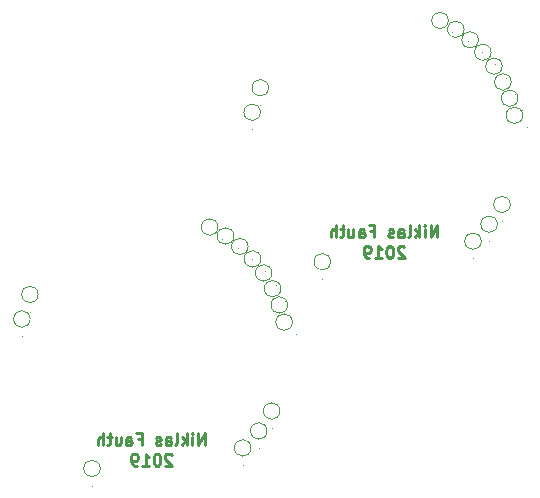
<source format=gbr>
G04 #@! TF.GenerationSoftware,KiCad,Pcbnew,5.0.2-bee76a0~70~ubuntu18.04.1*
G04 #@! TF.CreationDate,2019-07-08T07:54:46+02:00*
G04 #@! TF.ProjectId,lower_Sensor,6c6f7765-725f-4536-956e-736f722e6b69,rev?*
G04 #@! TF.SameCoordinates,Original*
G04 #@! TF.FileFunction,Legend,Bot*
G04 #@! TF.FilePolarity,Positive*
%FSLAX46Y46*%
G04 Gerber Fmt 4.6, Leading zero omitted, Abs format (unit mm)*
G04 Created by KiCad (PCBNEW 5.0.2-bee76a0~70~ubuntu18.04.1) date Mo 08 Jul 2019 07:54:46 CEST*
%MOMM*%
%LPD*%
G01*
G04 APERTURE LIST*
%ADD10C,0.250000*%
%ADD11C,0.120000*%
%ADD12C,0.100000*%
%ADD13C,0.150000*%
G04 APERTURE END LIST*
D10*
X134100000Y-70577380D02*
X134100000Y-69577380D01*
X133528571Y-70577380D01*
X133528571Y-69577380D01*
X133052380Y-70577380D02*
X133052380Y-69910714D01*
X133052380Y-69577380D02*
X133100000Y-69625000D01*
X133052380Y-69672619D01*
X133004761Y-69625000D01*
X133052380Y-69577380D01*
X133052380Y-69672619D01*
X132576190Y-70577380D02*
X132576190Y-69577380D01*
X132480952Y-70196428D02*
X132195238Y-70577380D01*
X132195238Y-69910714D02*
X132576190Y-70291666D01*
X131623809Y-70577380D02*
X131719047Y-70529761D01*
X131766666Y-70434523D01*
X131766666Y-69577380D01*
X130814285Y-70577380D02*
X130814285Y-70053571D01*
X130861904Y-69958333D01*
X130957142Y-69910714D01*
X131147619Y-69910714D01*
X131242857Y-69958333D01*
X130814285Y-70529761D02*
X130909523Y-70577380D01*
X131147619Y-70577380D01*
X131242857Y-70529761D01*
X131290476Y-70434523D01*
X131290476Y-70339285D01*
X131242857Y-70244047D01*
X131147619Y-70196428D01*
X130909523Y-70196428D01*
X130814285Y-70148809D01*
X130385714Y-70529761D02*
X130290476Y-70577380D01*
X130100000Y-70577380D01*
X130004761Y-70529761D01*
X129957142Y-70434523D01*
X129957142Y-70386904D01*
X130004761Y-70291666D01*
X130100000Y-70244047D01*
X130242857Y-70244047D01*
X130338095Y-70196428D01*
X130385714Y-70101190D01*
X130385714Y-70053571D01*
X130338095Y-69958333D01*
X130242857Y-69910714D01*
X130100000Y-69910714D01*
X130004761Y-69958333D01*
X128433333Y-70053571D02*
X128766666Y-70053571D01*
X128766666Y-70577380D02*
X128766666Y-69577380D01*
X128290476Y-69577380D01*
X127480952Y-70577380D02*
X127480952Y-70053571D01*
X127528571Y-69958333D01*
X127623809Y-69910714D01*
X127814285Y-69910714D01*
X127909523Y-69958333D01*
X127480952Y-70529761D02*
X127576190Y-70577380D01*
X127814285Y-70577380D01*
X127909523Y-70529761D01*
X127957142Y-70434523D01*
X127957142Y-70339285D01*
X127909523Y-70244047D01*
X127814285Y-70196428D01*
X127576190Y-70196428D01*
X127480952Y-70148809D01*
X126576190Y-69910714D02*
X126576190Y-70577380D01*
X127004761Y-69910714D02*
X127004761Y-70434523D01*
X126957142Y-70529761D01*
X126861904Y-70577380D01*
X126719047Y-70577380D01*
X126623809Y-70529761D01*
X126576190Y-70482142D01*
X126242857Y-69910714D02*
X125861904Y-69910714D01*
X126100000Y-69577380D02*
X126100000Y-70434523D01*
X126052380Y-70529761D01*
X125957142Y-70577380D01*
X125861904Y-70577380D01*
X125528571Y-70577380D02*
X125528571Y-69577380D01*
X125100000Y-70577380D02*
X125100000Y-70053571D01*
X125147619Y-69958333D01*
X125242857Y-69910714D01*
X125385714Y-69910714D01*
X125480952Y-69958333D01*
X125528571Y-70005952D01*
X131314285Y-71422619D02*
X131266666Y-71375000D01*
X131171428Y-71327380D01*
X130933333Y-71327380D01*
X130838095Y-71375000D01*
X130790476Y-71422619D01*
X130742857Y-71517857D01*
X130742857Y-71613095D01*
X130790476Y-71755952D01*
X131361904Y-72327380D01*
X130742857Y-72327380D01*
X130123809Y-71327380D02*
X130028571Y-71327380D01*
X129933333Y-71375000D01*
X129885714Y-71422619D01*
X129838095Y-71517857D01*
X129790476Y-71708333D01*
X129790476Y-71946428D01*
X129838095Y-72136904D01*
X129885714Y-72232142D01*
X129933333Y-72279761D01*
X130028571Y-72327380D01*
X130123809Y-72327380D01*
X130219047Y-72279761D01*
X130266666Y-72232142D01*
X130314285Y-72136904D01*
X130361904Y-71946428D01*
X130361904Y-71708333D01*
X130314285Y-71517857D01*
X130266666Y-71422619D01*
X130219047Y-71375000D01*
X130123809Y-71327380D01*
X128838095Y-72327380D02*
X129409523Y-72327380D01*
X129123809Y-72327380D02*
X129123809Y-71327380D01*
X129219047Y-71470238D01*
X129314285Y-71565476D01*
X129409523Y-71613095D01*
X128361904Y-72327380D02*
X128171428Y-72327380D01*
X128076190Y-72279761D01*
X128028571Y-72232142D01*
X127933333Y-72089285D01*
X127885714Y-71898809D01*
X127885714Y-71517857D01*
X127933333Y-71422619D01*
X127980952Y-71375000D01*
X128076190Y-71327380D01*
X128266666Y-71327380D01*
X128361904Y-71375000D01*
X128409523Y-71422619D01*
X128457142Y-71517857D01*
X128457142Y-71755952D01*
X128409523Y-71851190D01*
X128361904Y-71898809D01*
X128266666Y-71946428D01*
X128076190Y-71946428D01*
X127980952Y-71898809D01*
X127933333Y-71851190D01*
X127885714Y-71755952D01*
X114400000Y-88177380D02*
X114400000Y-87177380D01*
X113828571Y-88177380D01*
X113828571Y-87177380D01*
X113352380Y-88177380D02*
X113352380Y-87510714D01*
X113352380Y-87177380D02*
X113400000Y-87225000D01*
X113352380Y-87272619D01*
X113304761Y-87225000D01*
X113352380Y-87177380D01*
X113352380Y-87272619D01*
X112876190Y-88177380D02*
X112876190Y-87177380D01*
X112780952Y-87796428D02*
X112495238Y-88177380D01*
X112495238Y-87510714D02*
X112876190Y-87891666D01*
X111923809Y-88177380D02*
X112019047Y-88129761D01*
X112066666Y-88034523D01*
X112066666Y-87177380D01*
X111114285Y-88177380D02*
X111114285Y-87653571D01*
X111161904Y-87558333D01*
X111257142Y-87510714D01*
X111447619Y-87510714D01*
X111542857Y-87558333D01*
X111114285Y-88129761D02*
X111209523Y-88177380D01*
X111447619Y-88177380D01*
X111542857Y-88129761D01*
X111590476Y-88034523D01*
X111590476Y-87939285D01*
X111542857Y-87844047D01*
X111447619Y-87796428D01*
X111209523Y-87796428D01*
X111114285Y-87748809D01*
X110685714Y-88129761D02*
X110590476Y-88177380D01*
X110400000Y-88177380D01*
X110304761Y-88129761D01*
X110257142Y-88034523D01*
X110257142Y-87986904D01*
X110304761Y-87891666D01*
X110400000Y-87844047D01*
X110542857Y-87844047D01*
X110638095Y-87796428D01*
X110685714Y-87701190D01*
X110685714Y-87653571D01*
X110638095Y-87558333D01*
X110542857Y-87510714D01*
X110400000Y-87510714D01*
X110304761Y-87558333D01*
X108733333Y-87653571D02*
X109066666Y-87653571D01*
X109066666Y-88177380D02*
X109066666Y-87177380D01*
X108590476Y-87177380D01*
X107780952Y-88177380D02*
X107780952Y-87653571D01*
X107828571Y-87558333D01*
X107923809Y-87510714D01*
X108114285Y-87510714D01*
X108209523Y-87558333D01*
X107780952Y-88129761D02*
X107876190Y-88177380D01*
X108114285Y-88177380D01*
X108209523Y-88129761D01*
X108257142Y-88034523D01*
X108257142Y-87939285D01*
X108209523Y-87844047D01*
X108114285Y-87796428D01*
X107876190Y-87796428D01*
X107780952Y-87748809D01*
X106876190Y-87510714D02*
X106876190Y-88177380D01*
X107304761Y-87510714D02*
X107304761Y-88034523D01*
X107257142Y-88129761D01*
X107161904Y-88177380D01*
X107019047Y-88177380D01*
X106923809Y-88129761D01*
X106876190Y-88082142D01*
X106542857Y-87510714D02*
X106161904Y-87510714D01*
X106400000Y-87177380D02*
X106400000Y-88034523D01*
X106352380Y-88129761D01*
X106257142Y-88177380D01*
X106161904Y-88177380D01*
X105828571Y-88177380D02*
X105828571Y-87177380D01*
X105400000Y-88177380D02*
X105400000Y-87653571D01*
X105447619Y-87558333D01*
X105542857Y-87510714D01*
X105685714Y-87510714D01*
X105780952Y-87558333D01*
X105828571Y-87605952D01*
X111614285Y-89022619D02*
X111566666Y-88975000D01*
X111471428Y-88927380D01*
X111233333Y-88927380D01*
X111138095Y-88975000D01*
X111090476Y-89022619D01*
X111042857Y-89117857D01*
X111042857Y-89213095D01*
X111090476Y-89355952D01*
X111661904Y-89927380D01*
X111042857Y-89927380D01*
X110423809Y-88927380D02*
X110328571Y-88927380D01*
X110233333Y-88975000D01*
X110185714Y-89022619D01*
X110138095Y-89117857D01*
X110090476Y-89308333D01*
X110090476Y-89546428D01*
X110138095Y-89736904D01*
X110185714Y-89832142D01*
X110233333Y-89879761D01*
X110328571Y-89927380D01*
X110423809Y-89927380D01*
X110519047Y-89879761D01*
X110566666Y-89832142D01*
X110614285Y-89736904D01*
X110661904Y-89546428D01*
X110661904Y-89308333D01*
X110614285Y-89117857D01*
X110566666Y-89022619D01*
X110519047Y-88975000D01*
X110423809Y-88927380D01*
X109138095Y-89927380D02*
X109709523Y-89927380D01*
X109423809Y-89927380D02*
X109423809Y-88927380D01*
X109519047Y-89070238D01*
X109614285Y-89165476D01*
X109709523Y-89213095D01*
X108661904Y-89927380D02*
X108471428Y-89927380D01*
X108376190Y-89879761D01*
X108328571Y-89832142D01*
X108233333Y-89689285D01*
X108185714Y-89498809D01*
X108185714Y-89117857D01*
X108233333Y-89022619D01*
X108280952Y-88975000D01*
X108376190Y-88927380D01*
X108566666Y-88927380D01*
X108661904Y-88975000D01*
X108709523Y-89022619D01*
X108757142Y-89117857D01*
X108757142Y-89355952D01*
X108709523Y-89451190D01*
X108661904Y-89498809D01*
X108566666Y-89546428D01*
X108376190Y-89546428D01*
X108280952Y-89498809D01*
X108233333Y-89451190D01*
X108185714Y-89355952D01*
D11*
G04 #@! TO.C,J3*
X140362320Y-57437620D02*
G75*
G03X140362320Y-57437620I-700000J0D01*
G01*
G04 #@! TO.C,J10*
X135035940Y-52225540D02*
G75*
G03X135035940Y-52225540I-700000J0D01*
G01*
G04 #@! TO.C,J14*
X119811180Y-57930380D02*
G75*
G03X119811180Y-57930380I-700000J0D01*
G01*
G04 #@! TO.C,J7*
X137578480Y-53868920D02*
G75*
G03X137578480Y-53868920I-700000J0D01*
G01*
G04 #@! TO.C,J16*
X137827400Y-70919940D02*
G75*
G03X137827400Y-70919940I-700000J0D01*
G01*
G04 #@! TO.C,J9*
X136371980Y-52979920D02*
G75*
G03X136371980Y-52979920I-700000J0D01*
G01*
G04 #@! TO.C,J13*
X119127920Y-60005560D02*
G75*
G03X119127920Y-60005560I-700000J0D01*
G01*
G04 #@! TO.C,J2*
X140931280Y-58814300D02*
G75*
G03X140931280Y-58814300I-700000J0D01*
G01*
G04 #@! TO.C,J15*
X125063900Y-72659840D02*
G75*
G03X125063900Y-72659840I-700000J0D01*
G01*
G04 #@! TO.C,J8*
X140278500Y-67803360D02*
G75*
G03X140278500Y-67803360I-700000J0D01*
G01*
G04 #@! TO.C,J5*
X138660520Y-54920480D02*
G75*
G03X138660520Y-54920480I-700000J0D01*
G01*
G04 #@! TO.C,J4*
X139600320Y-56106660D02*
G75*
G03X139600320Y-56106660I-700000J0D01*
G01*
G04 #@! TO.C,J6*
X139188840Y-69484840D02*
G75*
G03X139188840Y-69484840I-700000J0D01*
G01*
G04 #@! TO.C,J1*
X141335140Y-60269720D02*
G75*
G03X141335140Y-60269720I-700000J0D01*
G01*
G04 #@! TO.C,J14*
X100311180Y-75430380D02*
G75*
G03X100311180Y-75430380I-700000J0D01*
G01*
G04 #@! TO.C,J16*
X118327400Y-88419940D02*
G75*
G03X118327400Y-88419940I-700000J0D01*
G01*
G04 #@! TO.C,J15*
X105563900Y-90159840D02*
G75*
G03X105563900Y-90159840I-700000J0D01*
G01*
G04 #@! TO.C,J13*
X99627920Y-77505560D02*
G75*
G03X99627920Y-77505560I-700000J0D01*
G01*
G04 #@! TO.C,J2*
X121431280Y-76314300D02*
G75*
G03X121431280Y-76314300I-700000J0D01*
G01*
G04 #@! TO.C,J1*
X121835140Y-77769720D02*
G75*
G03X121835140Y-77769720I-700000J0D01*
G01*
G04 #@! TO.C,J10*
X115535940Y-69725540D02*
G75*
G03X115535940Y-69725540I-700000J0D01*
G01*
G04 #@! TO.C,J9*
X116871980Y-70479920D02*
G75*
G03X116871980Y-70479920I-700000J0D01*
G01*
G04 #@! TO.C,J8*
X120778500Y-85303360D02*
G75*
G03X120778500Y-85303360I-700000J0D01*
G01*
G04 #@! TO.C,J7*
X118078480Y-71368920D02*
G75*
G03X118078480Y-71368920I-700000J0D01*
G01*
G04 #@! TO.C,J5*
X119160520Y-72420480D02*
G75*
G03X119160520Y-72420480I-700000J0D01*
G01*
G04 #@! TO.C,J4*
X120100320Y-73606660D02*
G75*
G03X120100320Y-73606660I-700000J0D01*
G01*
G04 #@! TO.C,J3*
X120862320Y-74937620D02*
G75*
G03X120862320Y-74937620I-700000J0D01*
G01*
G04 #@! TO.C,J6*
X119688840Y-86984840D02*
G75*
G03X119688840Y-86984840I-700000J0D01*
G01*
G04 #@! TO.C,J3*
D12*
X140686211Y-58461511D02*
X140686211Y-58461511D01*
X140686211Y-58461511D01*
X140686211Y-58461511D01*
X140686211Y-58461511D01*
X140686211Y-58461511D01*
X140686211Y-58461511D02*
X140686211Y-58461511D01*
X140686211Y-58461511D01*
X140686211Y-58461511D01*
X140686211Y-58461511D01*
X140686211Y-58461511D01*
X140686211Y-58461511D01*
X140686211Y-58461511D01*
X140686211Y-58461511D01*
X140686211Y-58461511D01*
X140686211Y-58461511D01*
X140686211Y-58461511D01*
X140686211Y-58461511D01*
X140686211Y-58461511D01*
D13*
G04 #@! TO.C,J10*
D12*
X135359831Y-53249431D02*
X135359831Y-53249431D01*
X135359831Y-53249431D01*
X135359831Y-53249431D01*
X135359831Y-53249431D01*
X135359831Y-53249431D01*
X135359831Y-53249431D02*
X135359831Y-53249431D01*
X135359831Y-53249431D02*
X135359831Y-53249431D01*
X135359831Y-53249431D01*
X135359831Y-53249431D01*
X135359831Y-53249431D01*
X135359831Y-53249431D02*
X135359831Y-53249431D01*
X135359831Y-53249431D01*
X135359831Y-53249431D01*
X135359831Y-53249431D01*
X135359831Y-53249431D01*
X135359831Y-53249431D01*
X135359831Y-53249431D01*
X135359831Y-53249431D01*
X135359831Y-53249431D01*
X135359831Y-53249431D01*
X135359831Y-53249431D01*
X135359831Y-53249431D01*
X135359831Y-53249431D01*
X135359831Y-53249431D01*
X135359831Y-53249431D01*
X135359831Y-53249431D01*
X135359831Y-53249431D01*
X135359831Y-53249431D01*
X135359831Y-53249431D01*
X135359831Y-53249431D01*
D13*
G04 #@! TO.C,J14*
D12*
X119111180Y-59378380D02*
X119111180Y-59378380D01*
X119111180Y-59378380D01*
X119111180Y-59378380D01*
X119111180Y-59378380D01*
X119111180Y-59378380D01*
X119111180Y-59378380D02*
X119111180Y-59378380D01*
X119111180Y-59378380D02*
X119111180Y-59378380D01*
X119111180Y-59378380D01*
X119111180Y-59378380D01*
X119111180Y-59378380D01*
X119111180Y-59378380D02*
X119111180Y-59378380D01*
X119111180Y-59378380D02*
X119111180Y-59378380D01*
X119111180Y-59378380D01*
D13*
G04 #@! TO.C,J7*
D12*
X137902371Y-54892811D02*
X137902371Y-54892811D01*
X137902371Y-54892811D01*
X137902371Y-54892811D01*
X137902371Y-54892811D01*
X137902371Y-54892811D01*
X137902371Y-54892811D02*
X137902371Y-54892811D01*
X137902371Y-54892811D01*
D13*
G04 #@! TO.C,J16*
D12*
X137127400Y-72367940D02*
X137127400Y-72367940D01*
X137127400Y-72367940D01*
X137127400Y-72367940D01*
X137127400Y-72367940D01*
X137127400Y-72367940D01*
X137127400Y-72367940D02*
X137127400Y-72367940D01*
X137127400Y-72367940D02*
X137127400Y-72367940D01*
X137127400Y-72367940D01*
X137127400Y-72367940D01*
X137127400Y-72367940D01*
X137127400Y-72367940D02*
X137127400Y-72367940D01*
X137127400Y-72367940D01*
X137127400Y-72367940D01*
X137127400Y-72367940D01*
X137127400Y-72367940D01*
X137127400Y-72367940D01*
X137127400Y-72367940D01*
X137127400Y-72367940D01*
X137127400Y-72367940D01*
X137127400Y-72367940D01*
X137127400Y-72367940D01*
X137127400Y-72367940D01*
X137127400Y-72367940D01*
X137127400Y-72367940D01*
X137127400Y-72367940D01*
X137127400Y-72367940D01*
X137127400Y-72367940D01*
X137127400Y-72367940D01*
X137127400Y-72367940D01*
X137127400Y-72367940D01*
X137127400Y-72367940D01*
D13*
G04 #@! TO.C,J9*
D12*
X136695871Y-54003811D02*
X136695871Y-54003811D01*
X136695871Y-54003811D01*
X136695871Y-54003811D01*
X136695871Y-54003811D01*
X136695871Y-54003811D01*
X136695871Y-54003811D02*
X136695871Y-54003811D01*
X136695871Y-54003811D01*
X136695871Y-54003811D01*
X136695871Y-54003811D01*
X136695871Y-54003811D01*
X136695871Y-54003811D01*
X136695871Y-54003811D01*
X136695871Y-54003811D01*
X136695871Y-54003811D01*
X136695871Y-54003811D01*
X136695871Y-54003811D01*
X136695871Y-54003811D01*
X136695871Y-54003811D01*
X136695871Y-54003811D01*
X136695871Y-54003811D01*
X136695871Y-54003811D01*
X136695871Y-54003811D01*
X136695871Y-54003811D01*
X136695871Y-54003811D01*
X136695871Y-54003811D01*
X136695871Y-54003811D01*
D13*
G04 #@! TO.C,J13*
D12*
X118427920Y-61453560D02*
X118427920Y-61453560D01*
X118427920Y-61453560D01*
X118427920Y-61453560D01*
X118427920Y-61453560D01*
X118427920Y-61453560D01*
X118427920Y-61453560D02*
X118427920Y-61453560D01*
X118427920Y-61453560D02*
X118427920Y-61453560D01*
X118427920Y-61453560D01*
X118427920Y-61453560D01*
X118427920Y-61453560D01*
X118427920Y-61453560D02*
X118427920Y-61453560D01*
X118427920Y-61453560D01*
X118427920Y-61453560D01*
X118427920Y-61453560D01*
X118427920Y-61453560D01*
X118427920Y-61453560D01*
X118427920Y-61453560D01*
X118427920Y-61453560D01*
X118427920Y-61453560D01*
X118427920Y-61453560D01*
X118427920Y-61453560D01*
X118427920Y-61453560D01*
X118427920Y-61453560D01*
D13*
G04 #@! TO.C,J2*
D12*
X141255171Y-59838191D02*
X141255171Y-59838191D01*
X141255171Y-59838191D01*
X141255171Y-59838191D01*
X141255171Y-59838191D01*
X141255171Y-59838191D01*
X141255171Y-59838191D02*
X141255171Y-59838191D01*
X141255171Y-59838191D01*
X141255171Y-59838191D01*
X141255171Y-59838191D01*
X141255171Y-59838191D01*
X141255171Y-59838191D01*
X141255171Y-59838191D01*
X141255171Y-59838191D01*
X141255171Y-59838191D01*
X141255171Y-59838191D01*
D13*
G04 #@! TO.C,J15*
D12*
X124363900Y-74107840D02*
X124363900Y-74107840D01*
X124363900Y-74107840D01*
X124363900Y-74107840D01*
X124363900Y-74107840D01*
X124363900Y-74107840D01*
X124363900Y-74107840D02*
X124363900Y-74107840D01*
X124363900Y-74107840D02*
X124363900Y-74107840D01*
X124363900Y-74107840D01*
X124363900Y-74107840D01*
X124363900Y-74107840D01*
X124363900Y-74107840D02*
X124363900Y-74107840D01*
X124363900Y-74107840D01*
X124363900Y-74107840D01*
X124363900Y-74107840D01*
X124363900Y-74107840D01*
X124363900Y-74107840D01*
X124363900Y-74107840D01*
X124363900Y-74107840D01*
X124363900Y-74107840D01*
X124363900Y-74107840D01*
X124363900Y-74107840D01*
X124363900Y-74107840D01*
X124363900Y-74107840D01*
X124363900Y-74107840D01*
X124363900Y-74107840D01*
D13*
G04 #@! TO.C,J8*
D12*
X139578500Y-69251360D02*
X139578500Y-69251360D01*
X139578500Y-69251360D01*
X139578500Y-69251360D01*
X139578500Y-69251360D01*
X139578500Y-69251360D01*
X139578500Y-69251360D02*
X139578500Y-69251360D01*
X139578500Y-69251360D01*
X139578500Y-69251360D01*
X139578500Y-69251360D01*
X139578500Y-69251360D01*
X139578500Y-69251360D01*
X139578500Y-69251360D01*
X139578500Y-69251360D01*
X139578500Y-69251360D01*
X139578500Y-69251360D01*
X139578500Y-69251360D01*
X139578500Y-69251360D01*
X139578500Y-69251360D01*
X139578500Y-69251360D01*
X139578500Y-69251360D01*
X139578500Y-69251360D01*
X139578500Y-69251360D01*
X139578500Y-69251360D01*
X139578500Y-69251360D01*
X139578500Y-69251360D01*
X139578500Y-69251360D01*
X139578500Y-69251360D01*
X139578500Y-69251360D01*
X139578500Y-69251360D01*
X139578500Y-69251360D01*
X139578500Y-69251360D01*
X139578500Y-69251360D01*
X139578500Y-69251360D01*
X139578500Y-69251360D01*
X139578500Y-69251360D01*
X139578500Y-69251360D01*
D13*
G04 #@! TO.C,J5*
D12*
X138984411Y-55944371D02*
X138984411Y-55944371D01*
X138984411Y-55944371D01*
X138984411Y-55944371D01*
X138984411Y-55944371D01*
X138984411Y-55944371D01*
X138984411Y-55944371D02*
X138984411Y-55944371D01*
X138984411Y-55944371D01*
X138984411Y-55944371D01*
X138984411Y-55944371D01*
X138984411Y-55944371D01*
X138984411Y-55944371D01*
X138984411Y-55944371D01*
X138984411Y-55944371D01*
X138984411Y-55944371D01*
X138984411Y-55944371D01*
X138984411Y-55944371D01*
X138984411Y-55944371D01*
X138984411Y-55944371D01*
X138984411Y-55944371D01*
X138984411Y-55944371D01*
D13*
G04 #@! TO.C,J4*
D12*
X139924211Y-57130551D02*
X139924211Y-57130551D01*
X139924211Y-57130551D01*
X139924211Y-57130551D01*
X139924211Y-57130551D01*
X139924211Y-57130551D01*
X139924211Y-57130551D02*
X139924211Y-57130551D01*
X139924211Y-57130551D02*
X139924211Y-57130551D01*
X139924211Y-57130551D01*
D13*
G04 #@! TO.C,J6*
D12*
X138488840Y-70932840D02*
X138488840Y-70932840D01*
X138488840Y-70932840D01*
X138488840Y-70932840D01*
X138488840Y-70932840D01*
X138488840Y-70932840D01*
X138488840Y-70932840D02*
X138488840Y-70932840D01*
X138488840Y-70932840D01*
X138488840Y-70932840D01*
X138488840Y-70932840D01*
X138488840Y-70932840D01*
X138488840Y-70932840D01*
X138488840Y-70932840D01*
X138488840Y-70932840D01*
X138488840Y-70932840D01*
X138488840Y-70932840D01*
X138488840Y-70932840D01*
X138488840Y-70932840D01*
X138488840Y-70932840D01*
X138488840Y-70932840D01*
X138488840Y-70932840D01*
X138488840Y-70932840D01*
X138488840Y-70932840D01*
X138488840Y-70932840D01*
X138488840Y-70932840D01*
X138488840Y-70932840D01*
X138488840Y-70932840D01*
D13*
G04 #@! TO.C,J1*
D12*
X141659031Y-61293611D02*
X141659031Y-61293611D01*
X141659031Y-61293611D01*
X141659031Y-61293611D01*
X141659031Y-61293611D01*
X141659031Y-61293611D01*
X141659031Y-61293611D02*
X141659031Y-61293611D01*
X141659031Y-61293611D02*
X141659031Y-61293611D01*
X141659031Y-61293611D01*
X141659031Y-61293611D01*
X141659031Y-61293611D01*
D13*
G04 #@! TO.C,J14*
D12*
X99611180Y-76878380D02*
X99611180Y-76878380D01*
X99611180Y-76878380D01*
X99611180Y-76878380D01*
X99611180Y-76878380D01*
X99611180Y-76878380D01*
X99611180Y-76878380D02*
X99611180Y-76878380D01*
X99611180Y-76878380D02*
X99611180Y-76878380D01*
X99611180Y-76878380D01*
X99611180Y-76878380D01*
X99611180Y-76878380D01*
X99611180Y-76878380D02*
X99611180Y-76878380D01*
X99611180Y-76878380D02*
X99611180Y-76878380D01*
X99611180Y-76878380D01*
D13*
G04 #@! TO.C,J16*
D12*
X117627400Y-89867940D02*
X117627400Y-89867940D01*
X117627400Y-89867940D01*
X117627400Y-89867940D01*
X117627400Y-89867940D01*
X117627400Y-89867940D01*
X117627400Y-89867940D02*
X117627400Y-89867940D01*
X117627400Y-89867940D02*
X117627400Y-89867940D01*
X117627400Y-89867940D01*
X117627400Y-89867940D01*
X117627400Y-89867940D01*
X117627400Y-89867940D02*
X117627400Y-89867940D01*
X117627400Y-89867940D01*
X117627400Y-89867940D01*
X117627400Y-89867940D01*
X117627400Y-89867940D01*
X117627400Y-89867940D01*
X117627400Y-89867940D01*
X117627400Y-89867940D01*
X117627400Y-89867940D01*
X117627400Y-89867940D01*
X117627400Y-89867940D01*
X117627400Y-89867940D01*
X117627400Y-89867940D01*
X117627400Y-89867940D01*
X117627400Y-89867940D01*
X117627400Y-89867940D01*
X117627400Y-89867940D01*
X117627400Y-89867940D01*
X117627400Y-89867940D01*
X117627400Y-89867940D01*
X117627400Y-89867940D01*
D13*
G04 #@! TO.C,J15*
D12*
X104863900Y-91607840D02*
X104863900Y-91607840D01*
X104863900Y-91607840D01*
X104863900Y-91607840D01*
X104863900Y-91607840D01*
X104863900Y-91607840D01*
X104863900Y-91607840D02*
X104863900Y-91607840D01*
X104863900Y-91607840D02*
X104863900Y-91607840D01*
X104863900Y-91607840D01*
X104863900Y-91607840D01*
X104863900Y-91607840D01*
X104863900Y-91607840D02*
X104863900Y-91607840D01*
X104863900Y-91607840D01*
X104863900Y-91607840D01*
X104863900Y-91607840D01*
X104863900Y-91607840D01*
X104863900Y-91607840D01*
X104863900Y-91607840D01*
X104863900Y-91607840D01*
X104863900Y-91607840D01*
X104863900Y-91607840D01*
X104863900Y-91607840D01*
X104863900Y-91607840D01*
X104863900Y-91607840D01*
X104863900Y-91607840D01*
X104863900Y-91607840D01*
D13*
G04 #@! TO.C,J13*
D12*
X98927920Y-78953560D02*
X98927920Y-78953560D01*
X98927920Y-78953560D01*
X98927920Y-78953560D01*
X98927920Y-78953560D01*
X98927920Y-78953560D01*
X98927920Y-78953560D02*
X98927920Y-78953560D01*
X98927920Y-78953560D02*
X98927920Y-78953560D01*
X98927920Y-78953560D01*
X98927920Y-78953560D01*
X98927920Y-78953560D01*
X98927920Y-78953560D02*
X98927920Y-78953560D01*
X98927920Y-78953560D01*
X98927920Y-78953560D01*
X98927920Y-78953560D01*
X98927920Y-78953560D01*
X98927920Y-78953560D01*
X98927920Y-78953560D01*
X98927920Y-78953560D01*
X98927920Y-78953560D01*
X98927920Y-78953560D01*
X98927920Y-78953560D01*
X98927920Y-78953560D01*
X98927920Y-78953560D01*
D13*
G04 #@! TO.C,J2*
D12*
X121755171Y-77338191D02*
X121755171Y-77338191D01*
X121755171Y-77338191D01*
X121755171Y-77338191D01*
X121755171Y-77338191D01*
X121755171Y-77338191D01*
X121755171Y-77338191D02*
X121755171Y-77338191D01*
X121755171Y-77338191D01*
X121755171Y-77338191D01*
X121755171Y-77338191D01*
X121755171Y-77338191D01*
X121755171Y-77338191D01*
X121755171Y-77338191D01*
X121755171Y-77338191D01*
X121755171Y-77338191D01*
X121755171Y-77338191D01*
D13*
G04 #@! TO.C,J1*
D12*
X122159031Y-78793611D02*
X122159031Y-78793611D01*
X122159031Y-78793611D01*
X122159031Y-78793611D01*
X122159031Y-78793611D01*
X122159031Y-78793611D01*
X122159031Y-78793611D02*
X122159031Y-78793611D01*
X122159031Y-78793611D02*
X122159031Y-78793611D01*
X122159031Y-78793611D01*
X122159031Y-78793611D01*
X122159031Y-78793611D01*
D13*
G04 #@! TO.C,J10*
D12*
X115859831Y-70749431D02*
X115859831Y-70749431D01*
X115859831Y-70749431D01*
X115859831Y-70749431D01*
X115859831Y-70749431D01*
X115859831Y-70749431D01*
X115859831Y-70749431D02*
X115859831Y-70749431D01*
X115859831Y-70749431D02*
X115859831Y-70749431D01*
X115859831Y-70749431D01*
X115859831Y-70749431D01*
X115859831Y-70749431D01*
X115859831Y-70749431D02*
X115859831Y-70749431D01*
X115859831Y-70749431D01*
X115859831Y-70749431D01*
X115859831Y-70749431D01*
X115859831Y-70749431D01*
X115859831Y-70749431D01*
X115859831Y-70749431D01*
X115859831Y-70749431D01*
X115859831Y-70749431D01*
X115859831Y-70749431D01*
X115859831Y-70749431D01*
X115859831Y-70749431D01*
X115859831Y-70749431D01*
X115859831Y-70749431D01*
X115859831Y-70749431D01*
X115859831Y-70749431D01*
X115859831Y-70749431D01*
X115859831Y-70749431D01*
X115859831Y-70749431D01*
X115859831Y-70749431D01*
D13*
G04 #@! TO.C,J9*
D12*
X117195871Y-71503811D02*
X117195871Y-71503811D01*
X117195871Y-71503811D01*
X117195871Y-71503811D01*
X117195871Y-71503811D01*
X117195871Y-71503811D01*
X117195871Y-71503811D02*
X117195871Y-71503811D01*
X117195871Y-71503811D01*
X117195871Y-71503811D01*
X117195871Y-71503811D01*
X117195871Y-71503811D01*
X117195871Y-71503811D01*
X117195871Y-71503811D01*
X117195871Y-71503811D01*
X117195871Y-71503811D01*
X117195871Y-71503811D01*
X117195871Y-71503811D01*
X117195871Y-71503811D01*
X117195871Y-71503811D01*
X117195871Y-71503811D01*
X117195871Y-71503811D01*
X117195871Y-71503811D01*
X117195871Y-71503811D01*
X117195871Y-71503811D01*
X117195871Y-71503811D01*
X117195871Y-71503811D01*
X117195871Y-71503811D01*
D13*
G04 #@! TO.C,J8*
D12*
X120078500Y-86751360D02*
X120078500Y-86751360D01*
X120078500Y-86751360D01*
X120078500Y-86751360D01*
X120078500Y-86751360D01*
X120078500Y-86751360D01*
X120078500Y-86751360D02*
X120078500Y-86751360D01*
X120078500Y-86751360D01*
X120078500Y-86751360D01*
X120078500Y-86751360D01*
X120078500Y-86751360D01*
X120078500Y-86751360D01*
X120078500Y-86751360D01*
X120078500Y-86751360D01*
X120078500Y-86751360D01*
X120078500Y-86751360D01*
X120078500Y-86751360D01*
X120078500Y-86751360D01*
X120078500Y-86751360D01*
X120078500Y-86751360D01*
X120078500Y-86751360D01*
X120078500Y-86751360D01*
X120078500Y-86751360D01*
X120078500Y-86751360D01*
X120078500Y-86751360D01*
X120078500Y-86751360D01*
X120078500Y-86751360D01*
X120078500Y-86751360D01*
X120078500Y-86751360D01*
X120078500Y-86751360D01*
X120078500Y-86751360D01*
X120078500Y-86751360D01*
X120078500Y-86751360D01*
X120078500Y-86751360D01*
X120078500Y-86751360D01*
X120078500Y-86751360D01*
X120078500Y-86751360D01*
D13*
G04 #@! TO.C,J7*
D12*
X118402371Y-72392811D02*
X118402371Y-72392811D01*
X118402371Y-72392811D01*
X118402371Y-72392811D01*
X118402371Y-72392811D01*
X118402371Y-72392811D01*
X118402371Y-72392811D02*
X118402371Y-72392811D01*
X118402371Y-72392811D01*
D13*
G04 #@! TO.C,J5*
D12*
X119484411Y-73444371D02*
X119484411Y-73444371D01*
X119484411Y-73444371D01*
X119484411Y-73444371D01*
X119484411Y-73444371D01*
X119484411Y-73444371D01*
X119484411Y-73444371D02*
X119484411Y-73444371D01*
X119484411Y-73444371D01*
X119484411Y-73444371D01*
X119484411Y-73444371D01*
X119484411Y-73444371D01*
X119484411Y-73444371D01*
X119484411Y-73444371D01*
X119484411Y-73444371D01*
X119484411Y-73444371D01*
X119484411Y-73444371D01*
X119484411Y-73444371D01*
X119484411Y-73444371D01*
X119484411Y-73444371D01*
X119484411Y-73444371D01*
X119484411Y-73444371D01*
D13*
G04 #@! TO.C,J4*
D12*
X120424211Y-74630551D02*
X120424211Y-74630551D01*
X120424211Y-74630551D01*
X120424211Y-74630551D01*
X120424211Y-74630551D01*
X120424211Y-74630551D01*
X120424211Y-74630551D02*
X120424211Y-74630551D01*
X120424211Y-74630551D02*
X120424211Y-74630551D01*
X120424211Y-74630551D01*
D13*
G04 #@! TO.C,J3*
D12*
X121186211Y-75961511D02*
X121186211Y-75961511D01*
X121186211Y-75961511D01*
X121186211Y-75961511D01*
X121186211Y-75961511D01*
X121186211Y-75961511D01*
X121186211Y-75961511D02*
X121186211Y-75961511D01*
X121186211Y-75961511D01*
X121186211Y-75961511D01*
X121186211Y-75961511D01*
X121186211Y-75961511D01*
X121186211Y-75961511D01*
X121186211Y-75961511D01*
X121186211Y-75961511D01*
X121186211Y-75961511D01*
X121186211Y-75961511D01*
X121186211Y-75961511D01*
X121186211Y-75961511D01*
X121186211Y-75961511D01*
D13*
G04 #@! TO.C,J6*
D12*
X118988840Y-88432840D02*
X118988840Y-88432840D01*
X118988840Y-88432840D01*
X118988840Y-88432840D01*
X118988840Y-88432840D01*
X118988840Y-88432840D01*
X118988840Y-88432840D02*
X118988840Y-88432840D01*
X118988840Y-88432840D01*
X118988840Y-88432840D01*
X118988840Y-88432840D01*
X118988840Y-88432840D01*
X118988840Y-88432840D01*
X118988840Y-88432840D01*
X118988840Y-88432840D01*
X118988840Y-88432840D01*
X118988840Y-88432840D01*
X118988840Y-88432840D01*
X118988840Y-88432840D01*
X118988840Y-88432840D01*
X118988840Y-88432840D01*
X118988840Y-88432840D01*
X118988840Y-88432840D01*
X118988840Y-88432840D01*
X118988840Y-88432840D01*
X118988840Y-88432840D01*
X118988840Y-88432840D01*
X118988840Y-88432840D01*
D13*
G04 #@! TD*
M02*

</source>
